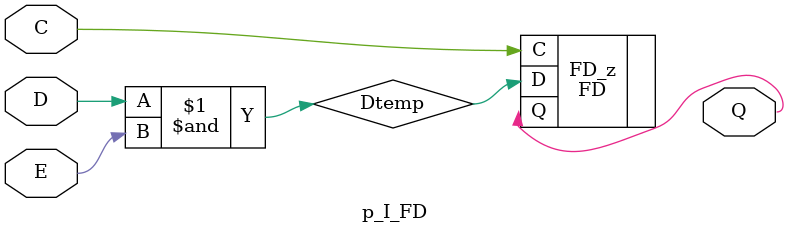
<source format=v>
module p_I_FD (Q,D,C,E);
parameter INIT=1'b0;
output Q;
input  D;
input  C;
input  E;
wire   Dtemp;
// Xilinx FD instance
defparam FD_z.INIT=INIT;
FD FD_z (.Q(Q),.D(Dtemp),.C(C));
// Error injection
and (Dtemp,D,E);
endmodule
</source>
